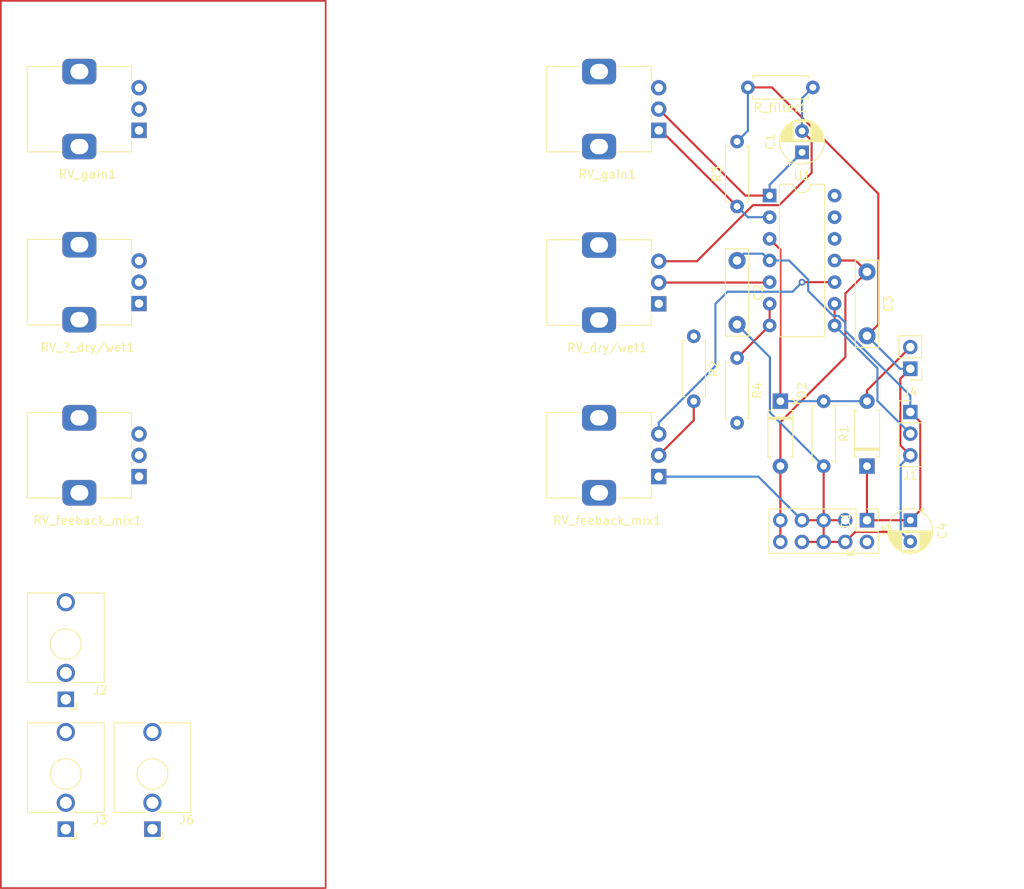
<source format=kicad_pcb>
(kicad_pcb (version 20211014) (generator pcbnew)
  (layers (0 "F.Cu" signal) (31 "B.Cu" signal) (34 "B.Paste" user) (35 "F.Paste" user) (36 "B.SilkS" user "B.Silkscreen") (37 "F.SilkS" user "F.Silkscreen") (38 "B.Mask" user) (39 "F.Mask" user) (44 "Edge.Cuts" user))
  (net 0 "")
  (net 1 "Net-(C1-Pad1)")
  (net 2 "Net-(C1-Pad2)")
  (net 3 "+12V")
  (net 4 "-12V")
  (net 5 "Net-(D1-Pad2)")
  (net 6 "GND")
  (net 7 "Net-(J2-PadT)")
  (net 8 "Net-(J3-PadT)")
  (net 9 "Net-(J6-PadT)")
  (net 10 "Net-(R2-Pad2)")
  (net 11 "Net-(R3-Pad1)")
  (net 12 "Net-(R4-Pad1)")
  (net 13 "Net-(J4-Pad2)")
  (net 14 "Net-(RV_dry/wet1-Pad2)")
  (net 15 "Net-(RV_feeback_mix1-Pad3)")
  (footprint "Diode_THT:D_A-405_P7.62mm_Horizontal" (layer "F.Cu") (at 185.42 105.41 90)
    (fp_text reference "D1" (at -6.35 -2.47 90) (layer "F.SilkS"))
    (fp_text value "D")
    (fp_text user "K" (at -10.16 -1.9 90) (layer "F.SilkS"))
    (pad "1" thru_hole rect (at 0 0 90) (size 1.8 1.8) (drill 0.9) (layers *.Cu *.Mask) (net 3 "+12V"))
    (pad "2" thru_hole oval (at 7.62 0 90) (size 1.8 1.8) (drill 0.9) (layers *.Cu *.Mask) (net 5 "Net-(D1-Pad2)"))
  )
  (footprint "Connector_Audio:Jack_3.5mm_QingPu_WQP-PJ398SM_Vertical_CircularHoles" (layer "F.Cu") (at 91.44 148.02 180)
    (fp_text reference "J3" (at -4.03 1.08) (layer "F.SilkS"))
    (fp_text value "signal in")
    (pad "S" thru_hole rect (at 0 0) (size 1.93 1.83) (drill 1.22) (layers *.Cu *.Mask) (net 6 "GND"))
    (pad "T" thru_hole circle (at 0 11.4) (size 2.13 2.13) (drill 1.43) (layers *.Cu *.Mask) (net 8 "Net-(J3-PadT)"))
    (pad "TN" thru_hole circle (at 0 3.1) (size 2.13 2.13) (drill 1.42) (layers *.Cu *.Mask) (net 6 "GND"))
  )
  (footprint "Potentiometer_THT:Potentiometer_Alps_RK09K_Single_Vertical" (layer "F.Cu") (at 160.99 66 180)
    (fp_text reference "RV_gain1" (at 6.05 -5.15) (layer "F.SilkS"))
    (fp_text value "10k")
    (pad "1" thru_hole rect (at 0 0 180) (size 1.8 1.8) (drill 1) (layers *.Cu *.Mask) (net 11 "Net-(R3-Pad1)"))
    (pad "2" thru_hole circle (at 0 2.5 180) (size 1.8 1.8) (drill 1) (layers *.Cu *.Mask) (net 1 "Net-(C1-Pad1)"))
    (pad "3" thru_hole circle (at 0 5 180) (size 1.8 1.8) (drill 1) (layers *.Cu *.Mask))
    (pad "MP" thru_hole roundrect (at 7 -1.9 180) (size 4 3) (drill oval 2.1 1.8) (layers *.Cu *.Mask))
    (pad "MP" thru_hole roundrect (at 7 6.9 180) (size 4 3) (drill oval 2.1 1.8) (layers *.Cu *.Mask))
  )
  (footprint "Resistor_THT:R_Axial_DIN0207_L6.3mm_D2.5mm_P7.62mm_Horizontal" (layer "F.Cu") (at 170.18 74.93 90)
    (fp_text reference "R3" (at 3.81 -2.37 90) (layer "F.SilkS"))
    (fp_text value "1k")
    (pad "1" thru_hole circle (at 0 0 90) (size 1.6 1.6) (drill 0.8) (layers *.Cu *.Mask) (net 11 "Net-(R3-Pad1)"))
    (pad "2" thru_hole oval (at 7.62 0 90) (size 1.6 1.6) (drill 0.8) (layers *.Cu *.Mask) (net 6 "GND"))
  )
  (footprint "Potentiometer_THT:Potentiometer_Alps_RK09K_Single_Vertical" (layer "F.Cu") (at 100.03 106.64 180)
    (fp_text reference "RV_feeback_mix1" (at 6.05 -5.15) (layer "F.SilkS"))
    (fp_text value "10k")
    (pad "1" thru_hole rect (at 0 0 180) (size 1.8 1.8) (drill 1) (layers *.Cu *.Mask))
    (pad "2" thru_hole circle (at 0 2.5 180) (size 1.8 1.8) (drill 1) (layers *.Cu *.Mask))
    (pad "3" thru_hole circle (at 0 5 180) (size 1.8 1.8) (drill 1) (layers *.Cu *.Mask))
    (pad "MP" thru_hole roundrect (at 7 6.9 180) (size 4 3) (drill oval 2.1 1.8) (layers *.Cu *.Mask))
    (pad "MP" thru_hole roundrect (at 7 -1.9 180) (size 4 3) (drill oval 2.1 1.8) (layers *.Cu *.Mask))
  )
  (footprint "Capacitor_THT:CP_Radial_D5.0mm_P2.50mm" (layer "F.Cu") (at 177.8 68.58 90)
    (fp_text reference "C1" (at 1.25 -3.75 90) (layer "F.SilkS"))
    (fp_text value "10uF")
    (pad "1" thru_hole rect (at 0 0 90) (size 1.6 1.6) (drill 0.8) (layers *.Cu *.Mask) (net 1 "Net-(C1-Pad1)"))
    (pad "2" thru_hole circle (at 2.5 0 90) (size 1.6 1.6) (drill 0.8) (layers *.Cu *.Mask) (net 2 "Net-(C1-Pad2)"))
  )
  (footprint "Connector_Audio:Jack_3.5mm_QingPu_WQP-PJ398SM_Vertical_CircularHoles" (layer "F.Cu") (at 91.44 132.78 180)
    (fp_text reference "J2" (at -4.03 1.08) (layer "F.SilkS"))
    (fp_text value "feedback in")
    (pad "S" thru_hole rect (at 0 0) (size 1.93 1.83) (drill 1.22) (layers *.Cu *.Mask) (net 6 "GND"))
    (pad "T" thru_hole circle (at 0 11.4) (size 2.13 2.13) (drill 1.43) (layers *.Cu *.Mask) (net 7 "Net-(J2-PadT)"))
    (pad "TN" thru_hole circle (at 0 3.1) (size 2.13 2.13) (drill 1.42) (layers *.Cu *.Mask) (net 2 "Net-(C1-Pad2)"))
  )
  (footprint "Capacitor_THT:CP_Radial_D5.0mm_P2.50mm" (layer "F.Cu") (at 190.5 111.76 -90)
    (fp_text reference "C4" (at 1.25 -3.75 90) (layer "F.SilkS"))
    (fp_text value "100uF")
    (pad "1" thru_hole rect (at 0 0 270) (size 1.6 1.6) (drill 0.8) (layers *.Cu *.Mask) (net 3 "+12V"))
    (pad "2" thru_hole circle (at 2.5 0 270) (size 1.6 1.6) (drill 0.8) (layers *.Cu *.Mask) (net 6 "GND"))
  )
  (footprint "Resistor_THT:R_Axial_DIN0207_L6.3mm_D2.5mm_P7.62mm_Horizontal" (layer "F.Cu") (at 170.18 92.71 -90)
    (fp_text reference "R4" (at 3.81 -2.37 90) (layer "F.SilkS"))
    (fp_text value "1k")
    (pad "1" thru_hole circle (at 0 0 270) (size 1.6 1.6) (drill 0.8) (layers *.Cu *.Mask) (net 12 "Net-(R4-Pad1)"))
    (pad "2" thru_hole oval (at 7.62 0 270) (size 1.6 1.6) (drill 0.8) (layers *.Cu *.Mask) (net 9 "Net-(J6-PadT)"))
  )
  (footprint "Package_DIP:DIP-14_W7.62mm" (layer "F.Cu") (at 174 73.655)
    (fp_text reference "U1" (at 3.81 -2.33) (layer "F.SilkS"))
    (fp_text value "TL074")
    (pad "1" thru_hole rect (at 0 0) (size 1.6 1.6) (drill 0.8) (layers *.Cu *.Mask) (net 1 "Net-(C1-Pad1)"))
    (pad "2" thru_hole oval (at 0 2.54) (size 1.6 1.6) (drill 0.8) (layers *.Cu *.Mask) (net 11 "Net-(R3-Pad1)"))
    (pad "3" thru_hole oval (at 0 5.08) (size 1.6 1.6) (drill 0.8) (layers *.Cu *.Mask) (net 5 "Net-(D1-Pad2)"))
    (pad "4" thru_hole oval (at 0 7.62) (size 1.6 1.6) (drill 0.8) (layers *.Cu *.Mask) (net 3 "+12V"))
    (pad "5" thru_hole oval (at 0 10.16) (size 1.6 1.6) (drill 0.8) (layers *.Cu *.Mask) (net 14 "Net-(RV_dry/wet1-Pad2)"))
    (pad "6" thru_hole oval (at 0 12.7) (size 1.6 1.6) (drill 0.8) (layers *.Cu *.Mask) (net 12 "Net-(R4-Pad1)"))
    (pad "7" thru_hole oval (at 0 15.24) (size 1.6 1.6) (drill 0.8) (layers *.Cu *.Mask) (net 12 "Net-(R4-Pad1)"))
    (pad "8" thru_hole oval (at 7.62 15.24) (size 1.6 1.6) (drill 0.8) (layers *.Cu *.Mask) (net 13 "Net-(J4-Pad2)"))
    (pad "9" thru_hole oval (at 7.62 12.7) (size 1.6 1.6) (drill 0.8) (layers *.Cu *.Mask) (net 13 "Net-(J4-Pad2)"))
    (pad "10" thru_hole oval (at 7.62 10.16) (size 1.6 1.6) (drill 0.8) (layers *.Cu *.Mask) (net 15 "Net-(RV_feeback_mix1-Pad3)"))
    (pad "11" thru_hole oval (at 7.62 7.62) (size 1.6 1.6) (drill 0.8) (layers *.Cu *.Mask) (net 4 "-12V"))
    (pad "12" thru_hole oval (at 7.62 5.08) (size 1.6 1.6) (drill 0.8) (layers *.Cu *.Mask))
    (pad "13" thru_hole oval (at 7.62 2.54) (size 1.6 1.6) (drill 0.8) (layers *.Cu *.Mask))
    (pad "14" thru_hole oval (at 7.62 0) (size 1.6 1.6) (drill 0.8) (layers *.Cu *.Mask))
  )
  (footprint "Diode_THT:D_A-405_P7.62mm_Horizontal" (layer "F.Cu") (at 175.26 97.79 -90)
    (fp_text reference "D2" (at -1.27 -2.54 90) (layer "F.SilkS"))
    (fp_text value "D")
    (fp_text user "K" (at 0 -1.9 90) (layer "F.SilkS"))
    (pad "1" thru_hole rect (at 0 0 270) (size 1.8 1.8) (drill 0.9) (layers *.Cu *.Mask) (net 5 "Net-(D1-Pad2)"))
    (pad "2" thru_hole oval (at 7.62 0 270) (size 1.8 1.8) (drill 0.9) (layers *.Cu *.Mask) (net 4 "-12V"))
  )
  (footprint "Connector_Audio:Jack_3.5mm_QingPu_WQP-PJ398SM_Vertical_CircularHoles" (layer "F.Cu") (at 101.6 148.02 180)
    (fp_text reference "J6" (at -4.03 1.08) (layer "F.SilkS"))
    (fp_text value "out")
    (pad "S" thru_hole rect (at 0 0) (size 1.93 1.83) (drill 1.22) (layers *.Cu *.Mask) (net 6 "GND"))
    (pad "T" thru_hole circle (at 0 11.4) (size 2.13 2.13) (drill 1.43) (layers *.Cu *.Mask) (net 9 "Net-(J6-PadT)"))
    (pad "TN" thru_hole circle (at 0 3.1) (size 2.13 2.13) (drill 1.42) (layers *.Cu *.Mask) (net 6 "GND"))
  )
  (footprint "Capacitor_THT:C_Rect_L10.0mm_W2.5mm_P7.50mm_MKS4" (layer "F.Cu") (at 170.18 81.28 -90)
    (fp_text reference "C2" (at 3.75 -2.5 90) (layer "F.SilkS"))
    (fp_text value "10uF")
    (pad "1" thru_hole circle (at 0 0 270) (size 2 2) (drill 1) (layers *.Cu *.Mask) (net 3 "+12V"))
    (pad "2" thru_hole circle (at 7.5 0 270) (size 2 2) (drill 1) (layers *.Cu *.Mask) (net 6 "GND"))
  )
  (footprint "Connector_PinHeader_2.54mm:PinHeader_1x02_P2.54mm_Vertical" (layer "F.Cu") (at 190.5 93.98 180)
    (fp_text reference "J1" (at 0 -12.49) (layer "F.SilkS"))
    (fp_text value "piezo")
    (pad "1" thru_hole rect (at 0 0 180) (size 1.7 1.7) (drill 1) (layers *.Cu *.Mask) (net 6 "GND"))
    (pad "2" thru_hole oval (at 0 2.54 180) (size 1.7 1.7) (drill 1) (layers *.Cu *.Mask) (net 5 "Net-(D1-Pad2)"))
  )
  (footprint "Capacitor_THT:C_Rect_L10.0mm_W2.5mm_P7.50mm_MKS4" (layer "F.Cu") (at 185.42 82.61 -90)
    (fp_text reference "C3" (at 3.75 -2.5 90) (layer "F.SilkS"))
    (fp_text value "10uF")
    (pad "1" thru_hole circle (at 0 0 270) (size 2 2) (drill 1) (layers *.Cu *.Mask) (net 4 "-12V"))
    (pad "2" thru_hole circle (at 7.5 0 270) (size 2 2) (drill 1) (layers *.Cu *.Mask) (net 6 "GND"))
  )
  (footprint "Potentiometer_THT:Potentiometer_Alps_RK09K_Single_Vertical" (layer "F.Cu") (at 100.03 86.32 180)
    (fp_text reference "RV_?_dry/wet1" (at 6.05 -5.15) (layer "F.SilkS"))
    (fp_text value "100k")
    (pad "1" thru_hole rect (at 0 0 180) (size 1.8 1.8) (drill 1) (layers *.Cu *.Mask))
    (pad "2" thru_hole circle (at 0 2.5 180) (size 1.8 1.8) (drill 1) (layers *.Cu *.Mask))
    (pad "3" thru_hole circle (at 0 5 180) (size 1.8 1.8) (drill 1) (layers *.Cu *.Mask))
    (pad "MP" thru_hole roundrect (at 7 6.9 180) (size 4 3) (drill oval 2.1 1.8) (layers *.Cu *.Mask))
    (pad "MP" thru_hole roundrect (at 7 -1.9 180) (size 4 3) (drill oval 2.1 1.8) (layers *.Cu *.Mask))
  )
  (footprint "Resistor_THT:R_Axial_DIN0207_L6.3mm_D2.5mm_P7.62mm_Horizontal" (layer "F.Cu") (at 180.34 97.79 -90)
    (fp_text reference "R1" (at 3.81 -2.37 90) (layer "F.SilkS"))
    (fp_text value "1M")
    (pad "1" thru_hole circle (at 0 0 270) (size 1.6 1.6) (drill 0.8) (layers *.Cu *.Mask) (net 5 "Net-(D1-Pad2)"))
    (pad "2" thru_hole oval (at 7.62 0 270) (size 1.6 1.6) (drill 0.8) (layers *.Cu *.Mask) (net 6 "GND"))
  )
  (footprint "Resistor_THT:R_Axial_DIN0207_L6.3mm_D2.5mm_P7.62mm_Horizontal" (layer "F.Cu") (at 179.07 60.96 180)
    (fp_text reference "R_filter1" (at 3.81 -2.37) (layer "F.SilkS"))
    (fp_text value "220ohm")
    (pad "1" thru_hole circle (at 0 0 180) (size 1.6 1.6) (drill 0.8) (layers *.Cu *.Mask) (net 2 "Net-(C1-Pad2)"))
    (pad "2" thru_hole oval (at 7.62 0 180) (size 1.6 1.6) (drill 0.8) (layers *.Cu *.Mask) (net 6 "GND"))
  )
  (footprint "Resistor_THT:R_Axial_DIN0207_L6.3mm_D2.5mm_P7.62mm_Horizontal" (layer "F.Cu") (at 165.1 90.17 -90)
    (fp_text reference "R2" (at 3.81 -2.37 90) (layer "F.SilkS"))
    (fp_text value "10k")
    (pad "1" thru_hole circle (at 0 0 270) (size 1.6 1.6) (drill 0.8) (layers *.Cu *.Mask) (net 7 "Net-(J2-PadT)"))
    (pad "2" thru_hole oval (at 7.62 0 270) (size 1.6 1.6) (drill 0.8) (layers *.Cu *.Mask) (net 10 "Net-(R2-Pad2)"))
  )
  (footprint "Potentiometer_THT:Potentiometer_Alps_RK09K_Single_Vertical" (layer "F.Cu") (at 160.99 106.64 180)
    (fp_text reference "RV_feeback_mix1" (at 6.05 -5.15) (layer "F.SilkS"))
    (fp_text value "100k")
    (pad "1" thru_hole rect (at 0 0 180) (size 1.8 1.8) (drill 1) (layers *.Cu *.Mask) (net 6 "GND"))
    (pad "2" thru_hole circle (at 0 2.5 180) (size 1.8 1.8) (drill 1) (layers *.Cu *.Mask) (net 10 "Net-(R2-Pad2)"))
    (pad "3" thru_hole circle (at 0 5 180) (size 1.8 1.8) (drill 1) (layers *.Cu *.Mask) (net 15 "Net-(RV_feeback_mix1-Pad3)"))
    (pad "MP" thru_hole roundrect (at 7 -1.9 180) (size 4 3) (drill oval 2.1 1.8) (layers *.Cu *.Mask))
    (pad "MP" thru_hole roundrect (at 7 6.9 180) (size 4 3) (drill oval 2.1 1.8) (layers *.Cu *.Mask))
  )
  (footprint "Potentiometer_THT:Potentiometer_Alps_RK09K_Single_Vertical" (layer "F.Cu") (at 160.99 86.36 180)
    (fp_text reference "RV_dry/wet1" (at 6.05 -5.15) (layer "F.SilkS"))
    (fp_text value "100k")
    (pad "1" thru_hole rect (at 0 0 180) (size 1.8 1.8) (drill 1) (layers *.Cu *.Mask) (net 8 "Net-(J3-PadT)"))
    (pad "2" thru_hole circle (at 0 2.5 180) (size 1.8 1.8) (drill 1) (layers *.Cu *.Mask) (net 14 "Net-(RV_dry/wet1-Pad2)"))
    (pad "3" thru_hole circle (at 0 5 180) (size 1.8 1.8) (drill 1) (layers *.Cu *.Mask) (net 2 "Net-(C1-Pad2)"))
    (pad "MP" thru_hole roundrect (at 7 6.9 180) (size 4 3) (drill oval 2.1 1.8) (layers *.Cu *.Mask))
    (pad "MP" thru_hole roundrect (at 7 -1.9 180) (size 4 3) (drill oval 2.1 1.8) (layers *.Cu *.Mask))
  )
  (footprint "Connector_PinHeader_2.54mm:PinHeader_2x05_P2.54mm_Vertical" (layer "F.Cu") (at 185.415 111.76 -90)
    (fp_text reference "J5" (at 1.27 -2.33 90) (layer "F.SilkS"))
    (fp_text value "Eurorack Power")
    (pad "1" thru_hole rect (at 0 0 270) (size 1.7 1.7) (drill 1) (layers *.Cu *.Mask) (net 3 "+12V"))
    (pad "2" thru_hole oval (at 2.54 0 270) (size 1.7 1.7) (drill 1) (layers *.Cu *.Mask) (net 3 "+12V"))
    (pad "3" thru_hole oval (at 0 2.54 270) (size 1.7 1.7) (drill 1) (layers *.Cu *.Mask) (net 6 "GND"))
    (pad "4" thru_hole oval (at 2.54 2.54 270) (size 1.7 1.7) (drill 1) (layers *.Cu *.Mask) (net 6 "GND"))
    (pad "5" thru_hole oval (at 0 5.08 270) (size 1.7 1.7) (drill 1) (layers *.Cu *.Mask) (net 6 "GND"))
    (pad "6" thru_hole oval (at 2.54 5.08 270) (size 1.7 1.7) (drill 1) (layers *.Cu *.Mask) (net 6 "GND"))
    (pad "7" thru_hole oval (at 0 7.62 270) (size 1.7 1.7) (drill 1) (layers *.Cu *.Mask) (net 6 "GND"))
    (pad "8" thru_hole oval (at 2.54 7.62 270) (size 1.7 1.7) (drill 1) (layers *.Cu *.Mask) (net 6 "GND"))
    (pad "9" thru_hole oval (at 0 10.16 270) (size 1.7 1.7) (drill 1) (layers *.Cu *.Mask) (net 4 "-12V"))
    (pad "10" thru_hole oval (at 2.54 10.16 270) (size 1.7 1.7) (drill 1) (layers *.Cu *.Mask) (net 4 "-12V"))
  )
  (footprint "Potentiometer_THT:Potentiometer_Alps_RK09K_Single_Vertical" (layer "F.Cu") (at 100.03 66 180)
    (fp_text reference "RV_gain1" (at 6.05 -5.15) (layer "F.SilkS"))
    (fp_text value "10k")
    (pad "1" thru_hole rect (at 0 0 180) (size 1.8 1.8) (drill 1) (layers *.Cu *.Mask))
    (pad "2" thru_hole circle (at 0 2.5 180) (size 1.8 1.8) (drill 1) (layers *.Cu *.Mask))
    (pad "3" thru_hole circle (at 0 5 180) (size 1.8 1.8) (drill 1) (layers *.Cu *.Mask))
    (pad "MP" thru_hole roundrect (at 7 -1.9 180) (size 4 3) (drill oval 2.1 1.8) (layers *.Cu *.Mask))
    (pad "MP" thru_hole roundrect (at 7 6.9 180) (size 4 3) (drill oval 2.1 1.8) (layers *.Cu *.Mask))
  )
  (footprint "Connector_PinHeader_2.54mm:PinHeader_1x03_P2.54mm_Vertical" (layer "F.Cu") (at 190.5 99.06)
    (fp_text reference "J4" (at 0 -2.33) (layer "F.SilkS"))
    (fp_text value "to exciter amp")
    (pad "1" thru_hole rect (at 0 0) (size 1.7 1.7) (drill 1) (layers *.Cu *.Mask) (net 3 "+12V"))
    (pad "2" thru_hole oval (at 0 2.54) (size 1.7 1.7) (drill 1) (layers *.Cu *.Mask) (net 13 "Net-(J4-Pad2)"))
    (pad "3" thru_hole oval (at 0 5.08) (size 1.7 1.7) (drill 1) (layers *.Cu *.Mask) (net 6 "GND"))
  )
  (gr_rect (start 121.92 154.94) (end 83.82 50.8) (layer "F.Cu") (width 0.2) (fill none))
  (segment (start 171.145 73.655) (end 174 73.655) (width 0.25) (layer "F.Cu") (net 1))
  (segment (start 160.99 63.5) (end 171.145 73.655) (width 0.25) (layer "F.Cu") (net 1))
  (segment (start 174 72.38) (end 177.8 68.58) (width 0.25) (layer "B.Cu") (net 1))
  (segment (start 174 73.655) (end 174 72.38) (width 0.25) (layer "B.Cu") (net 1))
  (segment (start 172.045009 74.779511) (end 175.124511 74.779511) (width 0.25) (layer "F.Cu") (net 2))
  (segment (start 178.924511 67.204511) (end 177.8 66.08) (width 0.25) (layer "F.Cu") (net 2))
  (segment (start 175.124511 74.779511) (end 178.924511 70.979511) (width 0.25) (layer "F.Cu") (net 2))
  (segment (start 178.924511 70.979511) (end 178.924511 67.204511) (width 0.25) (layer "F.Cu") (net 2))
  (segment (start 160.99 81.36) (end 165.46452 81.36) (width 0.25) (layer "F.Cu") (net 2))
  (segment (start 165.46452 81.36) (end 172.045009 74.779511) (width 0.25) (layer "F.Cu") (net 2))
  (segment (start 177.8 66.08) (end 177.8 62.23) (width 0.25) (layer "B.Cu") (net 2))
  (segment (start 177.8 62.23) (end 179.07 60.96) (width 0.25) (layer "B.Cu") (net 2))
  (segment (start 185.415 105.415) (end 185.42 105.41) (width 0.25) (layer "F.Cu") (net 3))
  (segment (start 185.415 111.76) (end 185.415 105.415) (width 0.25) (layer "F.Cu") (net 3))
  (segment (start 191.674511 100.234511) (end 190.5 99.06) (width 0.25) (layer "F.Cu") (net 3))
  (segment (start 190.5 111.76) (end 185.415 111.76) (width 0.25) (layer "F.Cu") (net 3))
  (segment (start 191.674511 110.585489) (end 191.674511 100.234511) (width 0.25) (layer "F.Cu") (net 3))
  (segment (start 190.5 111.76) (end 191.674511 110.585489) (width 0.25) (layer "F.Cu") (net 3))
  (segment (start 170.984999 80.475001) (end 170.18 81.28) (width 0.25) (layer "B.Cu") (net 3))
  (segment (start 178.524511 84.849811) (end 178.524511 83.519897) (width 0.25) (layer "B.Cu") (net 3))
  (segment (start 176.279614 81.275) (end 174 81.275) (width 0.25) (layer "B.Cu") (net 3))
  (segment (start 178.524511 83.519897) (end 176.279614 81.275) (width 0.25) (layer "B.Cu") (net 3))
  (segment (start 182.085789 87.770489) (end 181.445189 87.770489) (width 0.25) (layer "B.Cu") (net 3))
  (segment (start 190.5 97.139282) (end 182.88 89.519282) (width 0.25) (layer "B.Cu") (net 3))
  (segment (start 174 81.275) (end 173.200001 80.475001) (width 0.25) (layer "B.Cu") (net 3))
  (segment (start 181.445189 87.770489) (end 178.524511 84.849811) (width 0.25) (layer "B.Cu") (net 3))
  (segment (start 182.88 89.519282) (end 182.88 88.5647) (width 0.25) (layer "B.Cu") (net 3))
  (segment (start 173.200001 80.475001) (end 170.984999 80.475001) (width 0.25) (layer "B.Cu") (net 3))
  (segment (start 190.5 99.06) (end 190.5 97.139282) (width 0.25) (layer "B.Cu") (net 3))
  (segment (start 182.88 88.5647) (end 182.085789 87.770489) (width 0.25) (layer "B.Cu") (net 3))
  (segment (start 181.62 81.275) (end 182.885 81.275) (width 0.25) (layer "F.Cu") (net 4))
  (segment (start 184.085 81.275) (end 185.42 82.61) (width 0.25) (layer "F.Cu") (net 4))
  (segment (start 182.885 92.614022) (end 175.26 100.239022) (width 0.25) (layer "F.Cu") (net 4))
  (segment (start 175.255 111.76) (end 175.255 105.415) (width 0.25) (layer "F.Cu") (net 4))
  (segment (start 182.885 81.275) (end 184.085 81.275) (width 0.25) (layer "F.Cu") (net 4))
  (segment (start 175.26 100.239022) (end 175.26 105.41) (width 0.25) (layer "F.Cu") (net 4))
  (segment (start 182.885 85.145) (end 182.885 92.614022) (width 0.25) (layer "F.Cu") (net 4))
  (segment (start 175.255 114.3) (end 175.255 111.76) (width 0.25) (layer "F.Cu") (net 4))
  (segment (start 185.42 82.61) (end 182.885 85.145) (width 0.25) (layer "F.Cu") (net 4))
  (segment (start 175.255 105.415) (end 175.26 105.41) (width 0.25) (layer "F.Cu") (net 4))
  (segment (start 175.26 79.995) (end 174 78.735) (width 0.25) (layer "F.Cu") (net 5))
  (segment (start 175.26 97.79) (end 175.26 79.995) (width 0.25) (layer "F.Cu") (net 5))
  (segment (start 185.42 96.52) (end 185.42 97.79) (width 0.25) (layer "F.Cu") (net 5))
  (segment (start 190.5 91.44) (end 185.42 96.52) (width 0.25) (layer "F.Cu") (net 5))
  (segment (start 185.42 97.79) (end 175.26 97.79) (width 0.25) (layer "B.Cu") (net 5))
  (segment (start 186.744511 73.434211) (end 174.2703 60.96) (width 0.25) (layer "F.Cu") (net 6))
  (segment (start 189.325489 95.154511) (end 189.325489 102.965489) (width 0.25) (layer "F.Cu") (net 6))
  (segment (start 189.365489 113.125489) (end 184.049511 113.125489) (width 0.25) (layer "F.Cu") (net 6))
  (segment (start 190.5 114.26) (end 189.365489 113.125489) (width 0.25) (layer "F.Cu") (net 6))
  (segment (start 190.5 93.98) (end 189.325489 95.154511) (width 0.25) (layer "F.Cu") (net 6))
  (segment (start 180.335 111.76) (end 180.335 105.415) (width 0.25) (layer "F.Cu") (net 6))
  (segment (start 189.325489 102.965489) (end 190.5 104.14) (width 0.25) (layer "F.Cu") (net 6))
  (segment (start 185.42 90.11) (end 186.744511 88.785489) (width 0.25) (layer "F.Cu") (net 6))
  (segment (start 186.744511 88.785489) (end 186.744511 73.434211) (width 0.25) (layer "F.Cu") (net 6))
  (segment (start 177.795 114.3) (end 182.875 114.3) (width 0.25) (layer "F.Cu") (net 6))
  (segment (start 180.335 114.3) (end 180.335 111.76) (width 0.25) (layer "F.Cu") (net 6))
  (segment (start 184.049511 113.125489) (end 182.875 114.3) (width 0.25) (layer "F.Cu") (net 6))
  (segment (start 177.795 111.76) (end 182.875 111.76) (width 0.25) (layer "F.Cu") (net 6))
  (segment (start 180.335 105.415) (end 180.34 105.41) (width 0.25) (layer "F.Cu") (net 6))
  (segment (start 174.2703 60.96) (end 171.45 60.96) (width 0.25) (layer "F.Cu") (net 6))
  (segment (start 171.45 66.04) (end 170.18 67.31) (width 0.25) (layer "B.Cu") (net 6))
  (segment (start 189.375489 105.264511) (end 189.375489 113.135489) (width 0.25) (layer "B.Cu") (net 6))
  (segment (start 189.29 93.98) (end 185.42 90.11) (width 0.25) (layer "B.Cu") (net 6))
  (segment (start 190.5 93.98) (end 189.29 93.98) (width 0.25) (layer "B.Cu") (net 6))
  (segment (start 160.99 106.64) (end 172.675 106.64) (width 0.25) (layer "B.Cu") (net 6))
  (segment (start 172.675 106.64) (end 177.795 111.76) (width 0.25) (layer "B.Cu") (net 6))
  (segment (start 189.375489 113.135489) (end 190.5 114.26) (width 0.25) (layer "B.Cu") (net 6))
  (segment (start 190.5 104.14) (end 189.375489 105.264511) (width 0.25) (layer "B.Cu") (net 6))
  (segment (start 170.18 88.78) (end 174.035489 92.635489) (width 0.25) (layer "B.Cu") (net 6))
  (segment (start 174.035489 92.635489) (end 174.035489 99.105489) (width 0.25) (layer "B.Cu") (net 6))
  (segment (start 171.45 60.96) (end 171.45 66.04) (width 0.25) (layer "B.Cu") (net 6))
  (segment (start 174.035489 99.105489) (end 180.34 105.41) (width 0.25) (layer "B.Cu") (net 6))
  (segment (start 190.5 93.98) (end 190.5 93.316857) (width 0.25) (layer "B.Cu") (net 6))
  (segment (start 165.1 97.79) (end 165.1 100.03) (width 0.25) (layer "F.Cu") (net 10))
  (segment (start 165.1 100.03) (end 160.99 104.14) (width 0.25) (layer "F.Cu") (net 10))
  (segment (start 161.25 66) (end 160.99 66) (width 0.25) (layer "F.Cu") (net 11))
  (segment (start 170.18 74.93) (end 161.25 66) (width 0.25) (layer "F.Cu") (net 11))
  (segment (start 171.445 76.195) (end 170.18 74.93) (width 0.25) (layer "B.Cu") (net 11))
  (segment (start 174 76.195) (end 171.445 76.195) (width 0.25) (layer "B.Cu") (net 11))
  (segment (start 174 88.895) (end 174 86.355) (width 0.25) (layer "F.Cu") (net 12))
  (segment (start 174 88.895) (end 170.185 92.71) (width 0.25) (layer "F.Cu") (net 12))
  (segment (start 170.185 92.71) (end 170.18 92.71) (width 0.25) (layer "F.Cu") (net 12))
  (segment (start 170.185 92.71) (end 170.18 92.71) (width 0.25) (layer "B.Cu") (net 12))
  (segment (start 181.62 86.355) (end 181.62 88.895) (width 0.25) (layer "F.Cu") (net 13))
  (segment (start 186.644511 97.744511) (end 186.644511 93.919511) (width 0.25) (layer "B.Cu") (net 13))
  (segment (start 190.5 101.6) (end 186.644511 97.744511) (width 0.25) (layer "B.Cu") (net 13))
  (segment (start 186.644511 93.919511) (end 181.62 88.895) (width 0.25) (layer "B.Cu") (net 13))
  (segment (start 173.955 83.86) (end 174 83.815) (width 0.25) (layer "F.Cu") (net 14))
  (segment (start 160.99 83.86) (end 173.955 83.86) (width 0.25) (layer "F.Cu") (net 14))
  (segment (start 177.805 83.815) (end 177.8 83.82) (width 0.25) (layer "F.Cu") (net 15))
  (segment (start 181.62 83.815) (end 177.805 83.815) (width 0.25) (layer "F.Cu") (net 15))
  (via (at 177.8 83.82) (size 0.8) (drill 0.4) (layers "F.Cu" "B.Cu") (net 15))
  (segment (start 177.8 83.82) (end 176.680489 84.939511) (width 0.25) (layer "B.Cu") (net 15))
  (segment (start 176.680489 84.939511) (end 169.060489 84.939511) (width 0.25) (layer "B.Cu") (net 15))
  (segment (start 169.060489 84.939511) (end 167.64 86.36) (width 0.25) (layer "B.Cu") (net 15))
  (segment (start 160.99 100.3097) (end 160.99 101.64) (width 0.25) (layer "B.Cu") (net 15))
  (segment (start 167.64 93.6597) (end 160.99 100.3097) (width 0.25) (layer "B.Cu") (net 15))
  (segment (start 167.64 86.36) (end 167.64 93.6597) (width 0.25) (layer "B.Cu") (net 15))
)
</source>
